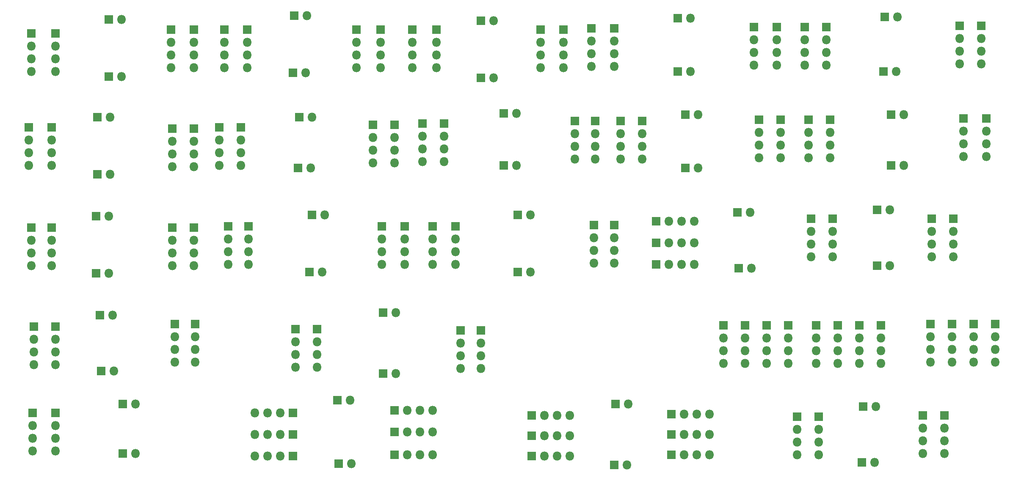
<source format=gbr>
%TF.GenerationSoftware,KiCad,Pcbnew,5.1.6-c6e7f7d~87~ubuntu18.04.1*%
%TF.CreationDate,2020-10-23T09:17:53+08:00*%
%TF.ProjectId,filter_dev_board_v1.0,66696c74-6572-45f6-9465-765f626f6172,rev?*%
%TF.SameCoordinates,Original*%
%TF.FileFunction,Soldermask,Bot*%
%TF.FilePolarity,Negative*%
%FSLAX46Y46*%
G04 Gerber Fmt 4.6, Leading zero omitted, Abs format (unit mm)*
G04 Created by KiCad (PCBNEW 5.1.6-c6e7f7d~87~ubuntu18.04.1) date 2020-10-23 09:17:53*
%MOMM*%
%LPD*%
G01*
G04 APERTURE LIST*
%ADD10R,1.800000X1.800000*%
%ADD11O,1.800000X1.800000*%
G04 APERTURE END LIST*
D10*
%TO.C,J131*%
X173482000Y-133096000D03*
D11*
X173482000Y-135636000D03*
X173482000Y-138176000D03*
X173482000Y-140716000D03*
%TD*%
D10*
%TO.C,J130*%
X164846000Y-133096000D03*
D11*
X164846000Y-135636000D03*
X164846000Y-138176000D03*
X164846000Y-140716000D03*
%TD*%
D10*
%TO.C,J129*%
X160528000Y-133096000D03*
D11*
X160528000Y-135636000D03*
X160528000Y-138176000D03*
X160528000Y-140716000D03*
%TD*%
D10*
%TO.C,J128*%
X169164000Y-133096000D03*
D11*
X169164000Y-135636000D03*
X169164000Y-138176000D03*
X169164000Y-140716000D03*
%TD*%
D10*
%TO.C,J131*%
X192024000Y-133096000D03*
D11*
X192024000Y-135636000D03*
X192024000Y-138176000D03*
X192024000Y-140716000D03*
%TD*%
D10*
%TO.C,J130*%
X183388000Y-133096000D03*
D11*
X183388000Y-135636000D03*
X183388000Y-138176000D03*
X183388000Y-140716000D03*
%TD*%
D10*
%TO.C,J129*%
X179070000Y-133096000D03*
D11*
X179070000Y-135636000D03*
X179070000Y-138176000D03*
X179070000Y-140716000D03*
%TD*%
D10*
%TO.C,J128*%
X187706000Y-133096000D03*
D11*
X187706000Y-135636000D03*
X187706000Y-138176000D03*
X187706000Y-140716000D03*
%TD*%
%TO.C,J131*%
X214884000Y-140462000D03*
X214884000Y-137922000D03*
X214884000Y-135382000D03*
D10*
X214884000Y-132842000D03*
%TD*%
D11*
%TO.C,J130*%
X206248000Y-140462000D03*
X206248000Y-137922000D03*
X206248000Y-135382000D03*
D10*
X206248000Y-132842000D03*
%TD*%
D11*
%TO.C,J129*%
X201930000Y-140462000D03*
X201930000Y-137922000D03*
X201930000Y-135382000D03*
D10*
X201930000Y-132842000D03*
%TD*%
D11*
%TO.C,J128*%
X210566000Y-140462000D03*
X210566000Y-137922000D03*
X210566000Y-135382000D03*
D10*
X210566000Y-132842000D03*
%TD*%
D11*
%TO.C,J1*%
X22098000Y-121158000D03*
X22098000Y-118618000D03*
X22098000Y-116078000D03*
D10*
X22098000Y-113538000D03*
%TD*%
D11*
%TO.C,J2*%
X50292000Y-121158000D03*
X50292000Y-118618000D03*
X50292000Y-116078000D03*
D10*
X50292000Y-113538000D03*
%TD*%
%TO.C,J3*%
X21590000Y-93472000D03*
D11*
X21590000Y-96012000D03*
X21590000Y-98552000D03*
X21590000Y-101092000D03*
%TD*%
D10*
%TO.C,J4*%
X50292000Y-93726000D03*
D11*
X50292000Y-96266000D03*
X50292000Y-98806000D03*
X50292000Y-101346000D03*
%TD*%
D10*
%TO.C,J5*%
X22606000Y-133350000D03*
D11*
X22606000Y-135890000D03*
X22606000Y-138430000D03*
X22606000Y-140970000D03*
%TD*%
%TO.C,J6*%
X50800000Y-140462000D03*
X50800000Y-137922000D03*
X50800000Y-135382000D03*
D10*
X50800000Y-132842000D03*
%TD*%
%TO.C,J7*%
X22098000Y-74676000D03*
D11*
X22098000Y-77216000D03*
X22098000Y-79756000D03*
X22098000Y-82296000D03*
%TD*%
D10*
%TO.C,J8*%
X50038000Y-73914000D03*
D11*
X50038000Y-76454000D03*
X50038000Y-78994000D03*
X50038000Y-81534000D03*
%TD*%
%TO.C,J9*%
X38354000Y-131064000D03*
D10*
X35814000Y-131064000D03*
%TD*%
D11*
%TO.C,J10*%
X40132000Y-71882000D03*
D10*
X37592000Y-71882000D03*
%TD*%
D11*
%TO.C,J11*%
X37846000Y-91440000D03*
D10*
X35306000Y-91440000D03*
%TD*%
%TO.C,J12*%
X35052000Y-111252000D03*
D11*
X37592000Y-111252000D03*
%TD*%
%TO.C,J13*%
X38608000Y-142240000D03*
D10*
X36068000Y-142240000D03*
%TD*%
D11*
%TO.C,J14*%
X40132000Y-83312000D03*
D10*
X37592000Y-83312000D03*
%TD*%
D11*
%TO.C,J15*%
X37846000Y-102870000D03*
D10*
X35306000Y-102870000D03*
%TD*%
D11*
%TO.C,J16*%
X37592000Y-122682000D03*
D10*
X35052000Y-122682000D03*
%TD*%
%TO.C,J17*%
X26924000Y-74676000D03*
D11*
X26924000Y-77216000D03*
X26924000Y-79756000D03*
X26924000Y-82296000D03*
%TD*%
D10*
%TO.C,J18*%
X54610000Y-73914000D03*
D11*
X54610000Y-76454000D03*
X54610000Y-78994000D03*
X54610000Y-81534000D03*
%TD*%
%TO.C,J19*%
X26162000Y-101092000D03*
X26162000Y-98552000D03*
X26162000Y-96012000D03*
D10*
X26162000Y-93472000D03*
%TD*%
D11*
%TO.C,J20*%
X54610000Y-101346000D03*
X54610000Y-98806000D03*
X54610000Y-96266000D03*
D10*
X54610000Y-93726000D03*
%TD*%
%TO.C,J21*%
X26924000Y-133350000D03*
D11*
X26924000Y-135890000D03*
X26924000Y-138430000D03*
X26924000Y-140970000D03*
%TD*%
D10*
%TO.C,J22*%
X54864000Y-132842000D03*
D11*
X54864000Y-135382000D03*
X54864000Y-137922000D03*
X54864000Y-140462000D03*
%TD*%
D10*
%TO.C,J23*%
X26162000Y-113538000D03*
D11*
X26162000Y-116078000D03*
X26162000Y-118618000D03*
X26162000Y-121158000D03*
%TD*%
%TO.C,J24*%
X54610000Y-121158000D03*
X54610000Y-118618000D03*
X54610000Y-116078000D03*
D10*
X54610000Y-113538000D03*
%TD*%
%TO.C,J25*%
X74930000Y-133858000D03*
D11*
X74930000Y-136398000D03*
X74930000Y-138938000D03*
X74930000Y-141478000D03*
%TD*%
D10*
%TO.C,J26*%
X78232000Y-110998000D03*
D11*
X80772000Y-110998000D03*
%TD*%
%TO.C,J27*%
X94996000Y-130556000D03*
D10*
X92456000Y-130556000D03*
%TD*%
%TO.C,J28*%
X59690000Y-93472000D03*
D11*
X59690000Y-96012000D03*
X59690000Y-98552000D03*
X59690000Y-101092000D03*
%TD*%
%TO.C,J29*%
X90424000Y-100584000D03*
X90424000Y-98044000D03*
X90424000Y-95504000D03*
D10*
X90424000Y-92964000D03*
%TD*%
%TO.C,J30*%
X61468000Y-113284000D03*
D11*
X61468000Y-115824000D03*
X61468000Y-118364000D03*
X61468000Y-120904000D03*
%TD*%
%TO.C,J31*%
X60706000Y-81534000D03*
X60706000Y-78994000D03*
X60706000Y-76454000D03*
D10*
X60706000Y-73914000D03*
%TD*%
%TO.C,J32*%
X87122000Y-73914000D03*
D11*
X87122000Y-76454000D03*
X87122000Y-78994000D03*
X87122000Y-81534000D03*
%TD*%
D10*
%TO.C,J33*%
X75692000Y-91440000D03*
D11*
X78232000Y-91440000D03*
%TD*%
%TO.C,J34*%
X77216000Y-71120000D03*
D10*
X74676000Y-71120000D03*
%TD*%
D11*
%TO.C,J35*%
X80264000Y-122428000D03*
D10*
X77724000Y-122428000D03*
%TD*%
%TO.C,J36*%
X92456000Y-142748000D03*
D11*
X94996000Y-142748000D03*
%TD*%
D10*
%TO.C,J37*%
X75438000Y-101600000D03*
D11*
X77978000Y-101600000D03*
%TD*%
D10*
%TO.C,J38*%
X74422000Y-82550000D03*
D11*
X76962000Y-82550000D03*
%TD*%
%TO.C,J39*%
X79248000Y-141478000D03*
X79248000Y-138938000D03*
X79248000Y-136398000D03*
D10*
X79248000Y-133858000D03*
%TD*%
%TO.C,J40*%
X64008000Y-93472000D03*
D11*
X64008000Y-96012000D03*
X64008000Y-98552000D03*
X64008000Y-101092000D03*
%TD*%
%TO.C,J41*%
X94742000Y-100584000D03*
X94742000Y-98044000D03*
X94742000Y-95504000D03*
D10*
X94742000Y-92964000D03*
%TD*%
D11*
%TO.C,J42*%
X65278000Y-81534000D03*
X65278000Y-78994000D03*
X65278000Y-76454000D03*
D10*
X65278000Y-73914000D03*
%TD*%
D11*
%TO.C,J43*%
X91948000Y-81534000D03*
X91948000Y-78994000D03*
X91948000Y-76454000D03*
D10*
X91948000Y-73914000D03*
%TD*%
%TO.C,J44*%
X65532000Y-113284000D03*
D11*
X65532000Y-115824000D03*
X65532000Y-118364000D03*
X65532000Y-120904000D03*
%TD*%
%TO.C,J45*%
X107950000Y-141732000D03*
X107950000Y-139192000D03*
X107950000Y-136652000D03*
D10*
X107950000Y-134112000D03*
%TD*%
%TO.C,J46*%
X100330000Y-92710000D03*
D11*
X100330000Y-95250000D03*
X100330000Y-97790000D03*
X100330000Y-100330000D03*
%TD*%
%TO.C,J47*%
X130810000Y-99822000D03*
X130810000Y-97282000D03*
X130810000Y-94742000D03*
D10*
X130810000Y-92202000D03*
%TD*%
%TO.C,J48*%
X123952000Y-73914000D03*
D11*
X123952000Y-76454000D03*
X123952000Y-78994000D03*
X123952000Y-81534000D03*
%TD*%
%TO.C,J49*%
X98298000Y-81534000D03*
X98298000Y-78994000D03*
X98298000Y-76454000D03*
D10*
X98298000Y-73914000D03*
%TD*%
D11*
%TO.C,J50*%
X92202000Y-120904000D03*
X92202000Y-118364000D03*
X92202000Y-115824000D03*
D10*
X92202000Y-113284000D03*
%TD*%
%TO.C,J51*%
X112014000Y-72136000D03*
D11*
X114554000Y-72136000D03*
%TD*%
D10*
%TO.C,J52*%
X116586000Y-90678000D03*
D11*
X119126000Y-90678000D03*
%TD*%
D10*
%TO.C,J53*%
X112014000Y-83566000D03*
D11*
X114554000Y-83566000D03*
%TD*%
%TO.C,J54*%
X119126000Y-101092000D03*
D10*
X116586000Y-101092000D03*
%TD*%
%TO.C,J55*%
X112014000Y-134112000D03*
D11*
X112014000Y-136652000D03*
X112014000Y-139192000D03*
X112014000Y-141732000D03*
%TD*%
%TO.C,J56*%
X128524000Y-81534000D03*
X128524000Y-78994000D03*
X128524000Y-76454000D03*
D10*
X128524000Y-73914000D03*
%TD*%
%TO.C,J57*%
X103124000Y-73914000D03*
D11*
X103124000Y-76454000D03*
X103124000Y-78994000D03*
X103124000Y-81534000D03*
%TD*%
%TO.C,J58*%
X104648000Y-100330000D03*
X104648000Y-97790000D03*
X104648000Y-95250000D03*
D10*
X104648000Y-92710000D03*
%TD*%
%TO.C,J59*%
X134874000Y-92202000D03*
D11*
X134874000Y-94742000D03*
X134874000Y-97282000D03*
X134874000Y-99822000D03*
%TD*%
D10*
%TO.C,J60*%
X96774000Y-113284000D03*
D11*
X96774000Y-115824000D03*
X96774000Y-118364000D03*
X96774000Y-120904000D03*
%TD*%
D10*
%TO.C,J61*%
X134112000Y-73660000D03*
D11*
X134112000Y-76200000D03*
X134112000Y-78740000D03*
X134112000Y-81280000D03*
%TD*%
%TO.C,J62*%
X166624000Y-81026000D03*
X166624000Y-78486000D03*
X166624000Y-75946000D03*
D10*
X166624000Y-73406000D03*
%TD*%
%TO.C,J63*%
X102362000Y-113284000D03*
D11*
X102362000Y-115824000D03*
X102362000Y-118364000D03*
X102362000Y-120904000D03*
%TD*%
%TO.C,J64*%
X134620000Y-120650000D03*
X134620000Y-118110000D03*
X134620000Y-115570000D03*
D10*
X134620000Y-113030000D03*
%TD*%
%TO.C,J65*%
X139954000Y-92202000D03*
D11*
X139954000Y-94742000D03*
X139954000Y-97282000D03*
X139954000Y-99822000D03*
%TD*%
D10*
%TO.C,J66*%
X167640000Y-91948000D03*
D11*
X167640000Y-94488000D03*
X167640000Y-97028000D03*
X167640000Y-99568000D03*
%TD*%
D10*
%TO.C,J67*%
X151384000Y-71628000D03*
D11*
X153924000Y-71628000D03*
%TD*%
D10*
%TO.C,J68*%
X119380000Y-110998000D03*
D11*
X121920000Y-110998000D03*
%TD*%
D10*
%TO.C,J69*%
X152908000Y-90932000D03*
D11*
X155448000Y-90932000D03*
%TD*%
D10*
%TO.C,J70*%
X151384000Y-82296000D03*
D11*
X153924000Y-82296000D03*
%TD*%
D10*
%TO.C,J71*%
X119380000Y-122428000D03*
D11*
X121920000Y-122428000D03*
%TD*%
%TO.C,J72*%
X155448000Y-101600000D03*
D10*
X152908000Y-101600000D03*
%TD*%
D11*
%TO.C,J73*%
X138684000Y-81280000D03*
X138684000Y-78740000D03*
X138684000Y-76200000D03*
D10*
X138684000Y-73660000D03*
%TD*%
%TO.C,J74*%
X171196000Y-73406000D03*
D11*
X171196000Y-75946000D03*
X171196000Y-78486000D03*
X171196000Y-81026000D03*
%TD*%
%TO.C,J75*%
X106934000Y-120904000D03*
X106934000Y-118364000D03*
X106934000Y-115824000D03*
D10*
X106934000Y-113284000D03*
%TD*%
D11*
%TO.C,J76*%
X138684000Y-120650000D03*
X138684000Y-118110000D03*
X138684000Y-115570000D03*
D10*
X138684000Y-113030000D03*
%TD*%
D11*
%TO.C,J77*%
X144272000Y-99822000D03*
X144272000Y-97282000D03*
X144272000Y-94742000D03*
D10*
X144272000Y-92202000D03*
%TD*%
D11*
%TO.C,J78*%
X171958000Y-99568000D03*
X171958000Y-97028000D03*
X171958000Y-94488000D03*
D10*
X171958000Y-91948000D03*
%TD*%
D11*
%TO.C,J79*%
X176784000Y-81026000D03*
X176784000Y-78486000D03*
X176784000Y-75946000D03*
D10*
X176784000Y-73406000D03*
%TD*%
D11*
%TO.C,J80*%
X207772000Y-80772000D03*
X207772000Y-78232000D03*
X207772000Y-75692000D03*
D10*
X207772000Y-73152000D03*
%TD*%
D11*
%TO.C,J81*%
X195326000Y-71374000D03*
D10*
X192786000Y-71374000D03*
%TD*%
%TO.C,J82*%
X177546000Y-91948000D03*
D11*
X177546000Y-94488000D03*
X177546000Y-97028000D03*
X177546000Y-99568000D03*
%TD*%
%TO.C,J83*%
X208534000Y-99314000D03*
X208534000Y-96774000D03*
X208534000Y-94234000D03*
D10*
X208534000Y-91694000D03*
%TD*%
%TO.C,J84*%
X147066000Y-116586000D03*
D11*
X149606000Y-116586000D03*
X152146000Y-116586000D03*
X154686000Y-116586000D03*
%TD*%
D10*
%TO.C,J85*%
X147066000Y-120904000D03*
D11*
X149606000Y-120904000D03*
X152146000Y-120904000D03*
X154686000Y-120904000D03*
%TD*%
%TO.C,J86*%
X196596000Y-90932000D03*
D10*
X194056000Y-90932000D03*
%TD*%
D11*
%TO.C,J87*%
X165862000Y-110490000D03*
D10*
X163322000Y-110490000D03*
%TD*%
D11*
%TO.C,J88*%
X195072000Y-82296000D03*
D10*
X192532000Y-82296000D03*
%TD*%
%TO.C,J89*%
X194056000Y-101092000D03*
D11*
X196596000Y-101092000D03*
%TD*%
%TO.C,J90*%
X166116000Y-121666000D03*
D10*
X163576000Y-121666000D03*
%TD*%
%TO.C,J91*%
X181102000Y-73406000D03*
D11*
X181102000Y-75946000D03*
X181102000Y-78486000D03*
X181102000Y-81026000D03*
%TD*%
D10*
%TO.C,J92*%
X212090000Y-73152000D03*
D11*
X212090000Y-75692000D03*
X212090000Y-78232000D03*
X212090000Y-80772000D03*
%TD*%
%TO.C,J93*%
X181864000Y-99568000D03*
X181864000Y-97028000D03*
X181864000Y-94488000D03*
D10*
X181864000Y-91948000D03*
%TD*%
%TO.C,J94*%
X213106000Y-91694000D03*
D11*
X213106000Y-94234000D03*
X213106000Y-96774000D03*
X213106000Y-99314000D03*
%TD*%
%TO.C,J95*%
X154686000Y-112268000D03*
X152146000Y-112268000D03*
X149606000Y-112268000D03*
D10*
X147066000Y-112268000D03*
%TD*%
D11*
%TO.C,J96*%
X22352000Y-158242000D03*
X22352000Y-155702000D03*
X22352000Y-153162000D03*
D10*
X22352000Y-150622000D03*
%TD*%
%TO.C,J97*%
X40386000Y-148844000D03*
D11*
X42926000Y-148844000D03*
%TD*%
%TO.C,J98*%
X202184000Y-119380000D03*
X202184000Y-116840000D03*
X202184000Y-114300000D03*
D10*
X202184000Y-111760000D03*
%TD*%
D11*
%TO.C,J99*%
X178054000Y-119380000D03*
X178054000Y-116840000D03*
X178054000Y-114300000D03*
D10*
X178054000Y-111760000D03*
%TD*%
D11*
%TO.C,J100*%
X42926000Y-158750000D03*
D10*
X40386000Y-158750000D03*
%TD*%
%TO.C,J101*%
X122174000Y-159258000D03*
D11*
X124714000Y-159258000D03*
X127254000Y-159258000D03*
X129794000Y-159258000D03*
%TD*%
%TO.C,J102*%
X129794000Y-155194000D03*
X127254000Y-155194000D03*
X124714000Y-155194000D03*
D10*
X122174000Y-155194000D03*
%TD*%
D11*
%TO.C,J103*%
X157734000Y-159004000D03*
X155194000Y-159004000D03*
X152654000Y-159004000D03*
D10*
X150114000Y-159004000D03*
%TD*%
D11*
%TO.C,J104*%
X157734000Y-154940000D03*
X155194000Y-154940000D03*
X152654000Y-154940000D03*
D10*
X150114000Y-154940000D03*
%TD*%
%TO.C,J105*%
X191262000Y-109982000D03*
D11*
X193802000Y-109982000D03*
%TD*%
D10*
%TO.C,J106*%
X138938000Y-148844000D03*
D11*
X141478000Y-148844000D03*
%TD*%
D10*
%TO.C,J107*%
X191262000Y-121158000D03*
D11*
X193802000Y-121158000D03*
%TD*%
D10*
%TO.C,J108*%
X26924000Y-150622000D03*
D11*
X26924000Y-153162000D03*
X26924000Y-155702000D03*
X26924000Y-158242000D03*
%TD*%
D10*
%TO.C,J109*%
X138684000Y-161036000D03*
D11*
X141224000Y-161036000D03*
%TD*%
D10*
%TO.C,J110*%
X206502000Y-111760000D03*
D11*
X206502000Y-114300000D03*
X206502000Y-116840000D03*
X206502000Y-119380000D03*
%TD*%
D10*
%TO.C,J111*%
X182372000Y-111760000D03*
D11*
X182372000Y-114300000D03*
X182372000Y-116840000D03*
X182372000Y-119380000D03*
%TD*%
%TO.C,J112*%
X129794000Y-151130000D03*
X127254000Y-151130000D03*
X124714000Y-151130000D03*
D10*
X122174000Y-151130000D03*
%TD*%
%TO.C,J113*%
X150114000Y-150876000D03*
D11*
X152654000Y-150876000D03*
X155194000Y-150876000D03*
X157734000Y-150876000D03*
%TD*%
D10*
%TO.C,J114*%
X74422000Y-159258000D03*
D11*
X71882000Y-159258000D03*
X69342000Y-159258000D03*
X66802000Y-159258000D03*
%TD*%
%TO.C,J115*%
X66802000Y-154940000D03*
X69342000Y-154940000D03*
X71882000Y-154940000D03*
D10*
X74422000Y-154940000D03*
%TD*%
%TO.C,J116*%
X94742000Y-159004000D03*
D11*
X97282000Y-159004000D03*
X99822000Y-159004000D03*
X102362000Y-159004000D03*
%TD*%
%TO.C,J117*%
X102362000Y-154432000D03*
X99822000Y-154432000D03*
X97282000Y-154432000D03*
D10*
X94742000Y-154432000D03*
%TD*%
D11*
%TO.C,J118*%
X85852000Y-148082000D03*
D10*
X83312000Y-148082000D03*
%TD*%
%TO.C,J119*%
X83566000Y-160782000D03*
D11*
X86106000Y-160782000D03*
%TD*%
%TO.C,J120*%
X200406000Y-158750000D03*
X200406000Y-156210000D03*
X200406000Y-153670000D03*
D10*
X200406000Y-151130000D03*
%TD*%
%TO.C,J121*%
X175260000Y-151384000D03*
D11*
X175260000Y-153924000D03*
X175260000Y-156464000D03*
X175260000Y-159004000D03*
%TD*%
%TO.C,J122*%
X191008000Y-149352000D03*
D10*
X188468000Y-149352000D03*
%TD*%
D11*
%TO.C,J123*%
X190754000Y-160528000D03*
D10*
X188214000Y-160528000D03*
%TD*%
D11*
%TO.C,J124*%
X66802000Y-150622000D03*
X69342000Y-150622000D03*
X71882000Y-150622000D03*
D10*
X74422000Y-150622000D03*
%TD*%
D11*
%TO.C,J125*%
X102362000Y-150114000D03*
X99822000Y-150114000D03*
X97282000Y-150114000D03*
D10*
X94742000Y-150114000D03*
%TD*%
%TO.C,J126*%
X204724000Y-151130000D03*
D11*
X204724000Y-153670000D03*
X204724000Y-156210000D03*
X204724000Y-158750000D03*
%TD*%
D10*
%TO.C,J127*%
X179578000Y-151384000D03*
D11*
X179578000Y-153924000D03*
X179578000Y-156464000D03*
X179578000Y-159004000D03*
%TD*%
M02*

</source>
